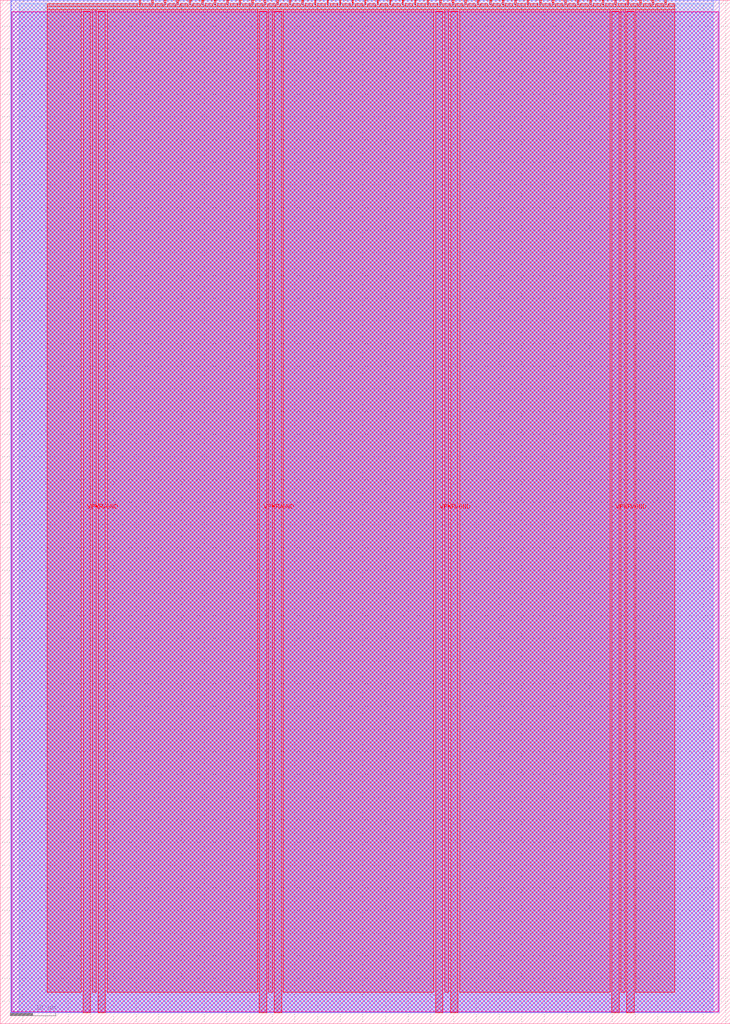
<source format=lef>
VERSION 5.7 ;
  NOWIREEXTENSIONATPIN ON ;
  DIVIDERCHAR "/" ;
  BUSBITCHARS "[]" ;
MACRO tt_um_anders_tt_6502
  CLASS BLOCK ;
  FOREIGN tt_um_anders_tt_6502 ;
  ORIGIN 0.000 0.000 ;
  SIZE 161.000 BY 225.760 ;
  PIN VGND
    DIRECTION INOUT ;
    USE GROUND ;
    PORT
      LAYER met4 ;
        RECT 21.580 2.480 23.180 223.280 ;
    END
    PORT
      LAYER met4 ;
        RECT 60.450 2.480 62.050 223.280 ;
    END
    PORT
      LAYER met4 ;
        RECT 99.320 2.480 100.920 223.280 ;
    END
    PORT
      LAYER met4 ;
        RECT 138.190 2.480 139.790 223.280 ;
    END
  END VGND
  PIN VPWR
    DIRECTION INOUT ;
    USE POWER ;
    PORT
      LAYER met4 ;
        RECT 18.280 2.480 19.880 223.280 ;
    END
    PORT
      LAYER met4 ;
        RECT 57.150 2.480 58.750 223.280 ;
    END
    PORT
      LAYER met4 ;
        RECT 96.020 2.480 97.620 223.280 ;
    END
    PORT
      LAYER met4 ;
        RECT 134.890 2.480 136.490 223.280 ;
    END
  END VPWR
  PIN clk
    DIRECTION INPUT ;
    USE SIGNAL ;
    ANTENNAGATEAREA 0.852000 ;
    PORT
      LAYER met4 ;
        RECT 143.830 224.760 144.130 225.760 ;
    END
  END clk
  PIN ena
    DIRECTION INPUT ;
    USE SIGNAL ;
    PORT
      LAYER met4 ;
        RECT 146.590 224.760 146.890 225.760 ;
    END
  END ena
  PIN rst_n
    DIRECTION INPUT ;
    USE SIGNAL ;
    ANTENNAGATEAREA 0.159000 ;
    PORT
      LAYER met4 ;
        RECT 141.070 224.760 141.370 225.760 ;
    END
  END rst_n
  PIN ui_in[0]
    DIRECTION INPUT ;
    USE SIGNAL ;
    ANTENNAGATEAREA 0.196500 ;
    PORT
      LAYER met4 ;
        RECT 138.310 224.760 138.610 225.760 ;
    END
  END ui_in[0]
  PIN ui_in[1]
    DIRECTION INPUT ;
    USE SIGNAL ;
    ANTENNAGATEAREA 0.196500 ;
    PORT
      LAYER met4 ;
        RECT 135.550 224.760 135.850 225.760 ;
    END
  END ui_in[1]
  PIN ui_in[2]
    DIRECTION INPUT ;
    USE SIGNAL ;
    ANTENNAGATEAREA 0.196500 ;
    PORT
      LAYER met4 ;
        RECT 132.790 224.760 133.090 225.760 ;
    END
  END ui_in[2]
  PIN ui_in[3]
    DIRECTION INPUT ;
    USE SIGNAL ;
    ANTENNAGATEAREA 0.196500 ;
    PORT
      LAYER met4 ;
        RECT 130.030 224.760 130.330 225.760 ;
    END
  END ui_in[3]
  PIN ui_in[4]
    DIRECTION INPUT ;
    USE SIGNAL ;
    ANTENNAGATEAREA 0.196500 ;
    PORT
      LAYER met4 ;
        RECT 127.270 224.760 127.570 225.760 ;
    END
  END ui_in[4]
  PIN ui_in[5]
    DIRECTION INPUT ;
    USE SIGNAL ;
    ANTENNAGATEAREA 0.196500 ;
    PORT
      LAYER met4 ;
        RECT 124.510 224.760 124.810 225.760 ;
    END
  END ui_in[5]
  PIN ui_in[6]
    DIRECTION INPUT ;
    USE SIGNAL ;
    ANTENNAGATEAREA 0.196500 ;
    PORT
      LAYER met4 ;
        RECT 121.750 224.760 122.050 225.760 ;
    END
  END ui_in[6]
  PIN ui_in[7]
    DIRECTION INPUT ;
    USE SIGNAL ;
    ANTENNAGATEAREA 0.196500 ;
    PORT
      LAYER met4 ;
        RECT 118.990 224.760 119.290 225.760 ;
    END
  END ui_in[7]
  PIN uio_in[0]
    DIRECTION INPUT ;
    USE SIGNAL ;
    PORT
      LAYER met4 ;
        RECT 116.230 224.760 116.530 225.760 ;
    END
  END uio_in[0]
  PIN uio_in[1]
    DIRECTION INPUT ;
    USE SIGNAL ;
    PORT
      LAYER met4 ;
        RECT 113.470 224.760 113.770 225.760 ;
    END
  END uio_in[1]
  PIN uio_in[2]
    DIRECTION INPUT ;
    USE SIGNAL ;
    ANTENNAGATEAREA 0.196500 ;
    PORT
      LAYER met4 ;
        RECT 110.710 224.760 111.010 225.760 ;
    END
  END uio_in[2]
  PIN uio_in[3]
    DIRECTION INPUT ;
    USE SIGNAL ;
    PORT
      LAYER met4 ;
        RECT 107.950 224.760 108.250 225.760 ;
    END
  END uio_in[3]
  PIN uio_in[4]
    DIRECTION INPUT ;
    USE SIGNAL ;
    ANTENNAGATEAREA 0.196500 ;
    PORT
      LAYER met4 ;
        RECT 105.190 224.760 105.490 225.760 ;
    END
  END uio_in[4]
  PIN uio_in[5]
    DIRECTION INPUT ;
    USE SIGNAL ;
    ANTENNAGATEAREA 0.196500 ;
    PORT
      LAYER met4 ;
        RECT 102.430 224.760 102.730 225.760 ;
    END
  END uio_in[5]
  PIN uio_in[6]
    DIRECTION INPUT ;
    USE SIGNAL ;
    ANTENNAGATEAREA 0.196500 ;
    PORT
      LAYER met4 ;
        RECT 99.670 224.760 99.970 225.760 ;
    END
  END uio_in[6]
  PIN uio_in[7]
    DIRECTION INPUT ;
    USE SIGNAL ;
    ANTENNAGATEAREA 0.196500 ;
    PORT
      LAYER met4 ;
        RECT 96.910 224.760 97.210 225.760 ;
    END
  END uio_in[7]
  PIN uio_oe[0]
    DIRECTION OUTPUT ;
    USE SIGNAL ;
    PORT
      LAYER met4 ;
        RECT 49.990 224.760 50.290 225.760 ;
    END
  END uio_oe[0]
  PIN uio_oe[1]
    DIRECTION OUTPUT ;
    USE SIGNAL ;
    PORT
      LAYER met4 ;
        RECT 47.230 224.760 47.530 225.760 ;
    END
  END uio_oe[1]
  PIN uio_oe[2]
    DIRECTION OUTPUT ;
    USE SIGNAL ;
    PORT
      LAYER met4 ;
        RECT 44.470 224.760 44.770 225.760 ;
    END
  END uio_oe[2]
  PIN uio_oe[3]
    DIRECTION OUTPUT ;
    USE SIGNAL ;
    PORT
      LAYER met4 ;
        RECT 41.710 224.760 42.010 225.760 ;
    END
  END uio_oe[3]
  PIN uio_oe[4]
    DIRECTION OUTPUT ;
    USE SIGNAL ;
    ANTENNAGATEAREA 0.247500 ;
    ANTENNADIFFAREA 0.891000 ;
    PORT
      LAYER met4 ;
        RECT 38.950 224.760 39.250 225.760 ;
    END
  END uio_oe[4]
  PIN uio_oe[5]
    DIRECTION OUTPUT ;
    USE SIGNAL ;
    ANTENNAGATEAREA 0.247500 ;
    ANTENNADIFFAREA 0.891000 ;
    PORT
      LAYER met4 ;
        RECT 36.190 224.760 36.490 225.760 ;
    END
  END uio_oe[5]
  PIN uio_oe[6]
    DIRECTION OUTPUT ;
    USE SIGNAL ;
    ANTENNAGATEAREA 0.247500 ;
    ANTENNADIFFAREA 0.891000 ;
    PORT
      LAYER met4 ;
        RECT 33.430 224.760 33.730 225.760 ;
    END
  END uio_oe[6]
  PIN uio_oe[7]
    DIRECTION OUTPUT ;
    USE SIGNAL ;
    ANTENNAGATEAREA 0.247500 ;
    ANTENNADIFFAREA 0.891000 ;
    PORT
      LAYER met4 ;
        RECT 30.670 224.760 30.970 225.760 ;
    END
  END uio_oe[7]
  PIN uio_out[0]
    DIRECTION OUTPUT ;
    USE SIGNAL ;
    ANTENNADIFFAREA 0.795200 ;
    PORT
      LAYER met4 ;
        RECT 72.070 224.760 72.370 225.760 ;
    END
  END uio_out[0]
  PIN uio_out[1]
    DIRECTION OUTPUT ;
    USE SIGNAL ;
    ANTENNADIFFAREA 0.445500 ;
    PORT
      LAYER met4 ;
        RECT 69.310 224.760 69.610 225.760 ;
    END
  END uio_out[1]
  PIN uio_out[2]
    DIRECTION OUTPUT ;
    USE SIGNAL ;
    PORT
      LAYER met4 ;
        RECT 66.550 224.760 66.850 225.760 ;
    END
  END uio_out[2]
  PIN uio_out[3]
    DIRECTION OUTPUT ;
    USE SIGNAL ;
    ANTENNADIFFAREA 0.445500 ;
    PORT
      LAYER met4 ;
        RECT 63.790 224.760 64.090 225.760 ;
    END
  END uio_out[3]
  PIN uio_out[4]
    DIRECTION OUTPUT ;
    USE SIGNAL ;
    ANTENNAGATEAREA 0.247500 ;
    ANTENNADIFFAREA 0.445500 ;
    PORT
      LAYER met4 ;
        RECT 61.030 224.760 61.330 225.760 ;
    END
  END uio_out[4]
  PIN uio_out[5]
    DIRECTION OUTPUT ;
    USE SIGNAL ;
    ANTENNAGATEAREA 0.247500 ;
    ANTENNADIFFAREA 0.891000 ;
    PORT
      LAYER met4 ;
        RECT 58.270 224.760 58.570 225.760 ;
    END
  END uio_out[5]
  PIN uio_out[6]
    DIRECTION OUTPUT ;
    USE SIGNAL ;
    ANTENNAGATEAREA 0.247500 ;
    ANTENNADIFFAREA 0.891000 ;
    PORT
      LAYER met4 ;
        RECT 55.510 224.760 55.810 225.760 ;
    END
  END uio_out[6]
  PIN uio_out[7]
    DIRECTION OUTPUT ;
    USE SIGNAL ;
    ANTENNAGATEAREA 0.247500 ;
    ANTENNADIFFAREA 0.891000 ;
    PORT
      LAYER met4 ;
        RECT 52.750 224.760 53.050 225.760 ;
    END
  END uio_out[7]
  PIN uo_out[0]
    DIRECTION OUTPUT ;
    USE SIGNAL ;
    ANTENNAGATEAREA 0.247500 ;
    ANTENNADIFFAREA 0.445500 ;
    PORT
      LAYER met4 ;
        RECT 94.150 224.760 94.450 225.760 ;
    END
  END uo_out[0]
  PIN uo_out[1]
    DIRECTION OUTPUT ;
    USE SIGNAL ;
    ANTENNAGATEAREA 0.247500 ;
    ANTENNADIFFAREA 0.891000 ;
    PORT
      LAYER met4 ;
        RECT 91.390 224.760 91.690 225.760 ;
    END
  END uo_out[1]
  PIN uo_out[2]
    DIRECTION OUTPUT ;
    USE SIGNAL ;
    ANTENNAGATEAREA 0.247500 ;
    ANTENNADIFFAREA 0.445500 ;
    PORT
      LAYER met4 ;
        RECT 88.630 224.760 88.930 225.760 ;
    END
  END uo_out[2]
  PIN uo_out[3]
    DIRECTION OUTPUT ;
    USE SIGNAL ;
    ANTENNAGATEAREA 0.247500 ;
    ANTENNADIFFAREA 0.445500 ;
    PORT
      LAYER met4 ;
        RECT 85.870 224.760 86.170 225.760 ;
    END
  END uo_out[3]
  PIN uo_out[4]
    DIRECTION OUTPUT ;
    USE SIGNAL ;
    ANTENNAGATEAREA 0.247500 ;
    ANTENNADIFFAREA 0.891000 ;
    PORT
      LAYER met4 ;
        RECT 83.110 224.760 83.410 225.760 ;
    END
  END uo_out[4]
  PIN uo_out[5]
    DIRECTION OUTPUT ;
    USE SIGNAL ;
    ANTENNAGATEAREA 0.247500 ;
    ANTENNADIFFAREA 0.445500 ;
    PORT
      LAYER met4 ;
        RECT 80.350 224.760 80.650 225.760 ;
    END
  END uo_out[5]
  PIN uo_out[6]
    DIRECTION OUTPUT ;
    USE SIGNAL ;
    ANTENNAGATEAREA 0.247500 ;
    ANTENNADIFFAREA 0.891000 ;
    PORT
      LAYER met4 ;
        RECT 77.590 224.760 77.890 225.760 ;
    END
  END uo_out[6]
  PIN uo_out[7]
    DIRECTION OUTPUT ;
    USE SIGNAL ;
    ANTENNADIFFAREA 0.445500 ;
    PORT
      LAYER met4 ;
        RECT 74.830 224.760 75.130 225.760 ;
    END
  END uo_out[7]
  OBS
      LAYER nwell ;
        RECT 2.570 2.635 158.430 223.230 ;
      LAYER li1 ;
        RECT 2.760 2.635 158.240 223.125 ;
      LAYER met1 ;
        RECT 2.370 2.480 158.540 225.720 ;
      LAYER met2 ;
        RECT 2.400 2.535 157.230 225.750 ;
      LAYER met3 ;
        RECT 4.205 2.555 157.255 224.905 ;
      LAYER met4 ;
        RECT 10.415 224.360 30.270 224.905 ;
        RECT 31.370 224.360 33.030 224.905 ;
        RECT 34.130 224.360 35.790 224.905 ;
        RECT 36.890 224.360 38.550 224.905 ;
        RECT 39.650 224.360 41.310 224.905 ;
        RECT 42.410 224.360 44.070 224.905 ;
        RECT 45.170 224.360 46.830 224.905 ;
        RECT 47.930 224.360 49.590 224.905 ;
        RECT 50.690 224.360 52.350 224.905 ;
        RECT 53.450 224.360 55.110 224.905 ;
        RECT 56.210 224.360 57.870 224.905 ;
        RECT 58.970 224.360 60.630 224.905 ;
        RECT 61.730 224.360 63.390 224.905 ;
        RECT 64.490 224.360 66.150 224.905 ;
        RECT 67.250 224.360 68.910 224.905 ;
        RECT 70.010 224.360 71.670 224.905 ;
        RECT 72.770 224.360 74.430 224.905 ;
        RECT 75.530 224.360 77.190 224.905 ;
        RECT 78.290 224.360 79.950 224.905 ;
        RECT 81.050 224.360 82.710 224.905 ;
        RECT 83.810 224.360 85.470 224.905 ;
        RECT 86.570 224.360 88.230 224.905 ;
        RECT 89.330 224.360 90.990 224.905 ;
        RECT 92.090 224.360 93.750 224.905 ;
        RECT 94.850 224.360 96.510 224.905 ;
        RECT 97.610 224.360 99.270 224.905 ;
        RECT 100.370 224.360 102.030 224.905 ;
        RECT 103.130 224.360 104.790 224.905 ;
        RECT 105.890 224.360 107.550 224.905 ;
        RECT 108.650 224.360 110.310 224.905 ;
        RECT 111.410 224.360 113.070 224.905 ;
        RECT 114.170 224.360 115.830 224.905 ;
        RECT 116.930 224.360 118.590 224.905 ;
        RECT 119.690 224.360 121.350 224.905 ;
        RECT 122.450 224.360 124.110 224.905 ;
        RECT 125.210 224.360 126.870 224.905 ;
        RECT 127.970 224.360 129.630 224.905 ;
        RECT 130.730 224.360 132.390 224.905 ;
        RECT 133.490 224.360 135.150 224.905 ;
        RECT 136.250 224.360 137.910 224.905 ;
        RECT 139.010 224.360 140.670 224.905 ;
        RECT 141.770 224.360 143.430 224.905 ;
        RECT 144.530 224.360 146.190 224.905 ;
        RECT 147.290 224.360 148.745 224.905 ;
        RECT 10.415 223.680 148.745 224.360 ;
        RECT 10.415 6.975 17.880 223.680 ;
        RECT 20.280 6.975 21.180 223.680 ;
        RECT 23.580 6.975 56.750 223.680 ;
        RECT 59.150 6.975 60.050 223.680 ;
        RECT 62.450 6.975 95.620 223.680 ;
        RECT 98.020 6.975 98.920 223.680 ;
        RECT 101.320 6.975 134.490 223.680 ;
        RECT 136.890 6.975 137.790 223.680 ;
        RECT 140.190 6.975 148.745 223.680 ;
  END
END tt_um_anders_tt_6502
END LIBRARY


</source>
